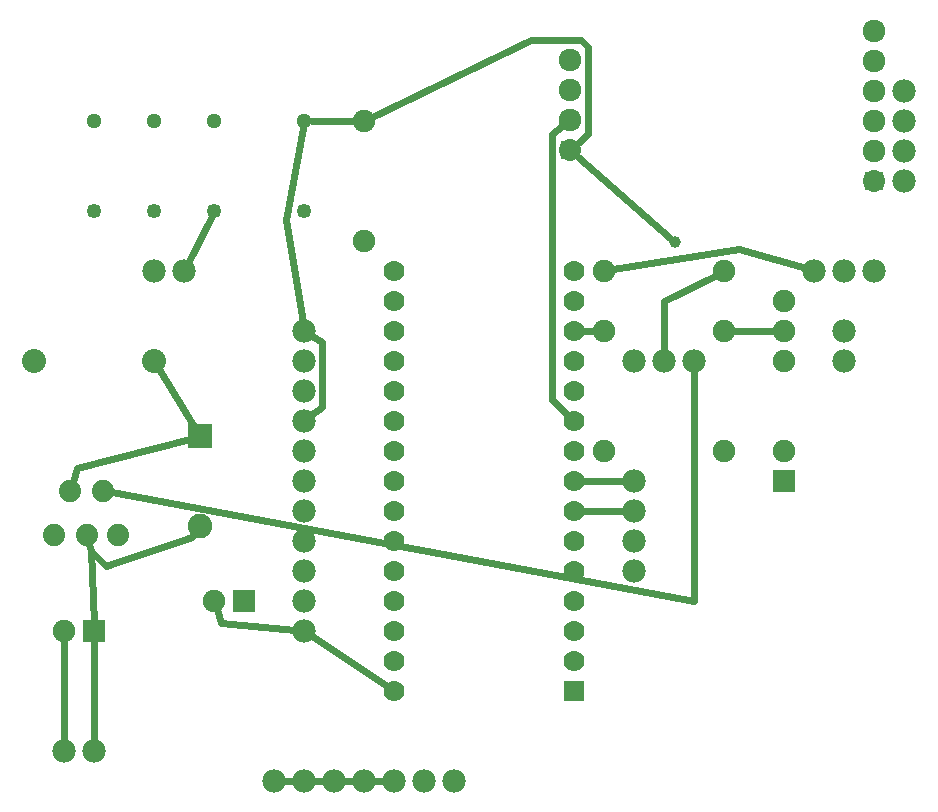
<source format=gbl>
G04 MADE WITH FRITZING*
G04 WWW.FRITZING.ORG*
G04 DOUBLE SIDED*
G04 HOLES PLATED*
G04 CONTOUR ON CENTER OF CONTOUR VECTOR*
%ASAXBY*%
%FSLAX23Y23*%
%MOIN*%
%OFA0B0*%
%SFA1.0B1.0*%
%ADD10C,0.074370*%
%ADD11C,0.039370*%
%ADD12C,0.082000*%
%ADD13C,0.075000*%
%ADD14C,0.080000*%
%ADD15C,0.075806*%
%ADD16C,0.073486*%
%ADD17C,0.049312*%
%ADD18C,0.050823*%
%ADD19C,0.078000*%
%ADD20C,0.070000*%
%ADD21R,0.082000X0.082000*%
%ADD22R,0.075000X0.075000*%
%ADD23R,0.069972X0.070000*%
%ADD24C,0.024000*%
%ADD25R,0.001000X0.001000*%
%LNCOPPER0*%
G90*
G70*
G54D10*
X999Y1312D03*
X888Y1312D03*
X836Y1164D03*
X943Y1164D03*
X1049Y1164D03*
G54D11*
X2903Y2143D03*
G54D12*
X1320Y1494D03*
X1320Y1196D03*
G54D13*
X1469Y945D03*
X1369Y945D03*
X969Y845D03*
X869Y845D03*
G54D14*
X769Y1745D03*
X1169Y1745D03*
G54D15*
X3569Y2845D03*
X3569Y2745D03*
X3569Y2645D03*
X3569Y2545D03*
X3569Y2445D03*
G54D16*
X3569Y2345D03*
G54D15*
X2556Y2748D03*
X2556Y2648D03*
X2556Y2548D03*
G54D16*
X2556Y2448D03*
G54D17*
X1669Y2245D03*
G54D18*
X1669Y2545D03*
G54D17*
X1369Y2245D03*
G54D18*
X1369Y2545D03*
G54D17*
X1169Y2245D03*
X969Y2245D03*
G54D18*
X1169Y2545D03*
X969Y2545D03*
G54D19*
X1569Y345D03*
X1669Y345D03*
X1769Y345D03*
X1869Y345D03*
X1969Y345D03*
X2069Y345D03*
X2169Y345D03*
X2769Y1345D03*
X2769Y1245D03*
X2769Y1145D03*
X2769Y1045D03*
X3669Y2645D03*
X3669Y2545D03*
X3669Y2445D03*
X3669Y2345D03*
X1669Y1545D03*
X1669Y1445D03*
X1669Y1345D03*
X1669Y1245D03*
X1669Y1145D03*
X1669Y1045D03*
X1669Y945D03*
X1669Y845D03*
G54D13*
X2669Y2045D03*
X3069Y2045D03*
X1869Y2545D03*
X1869Y2145D03*
G54D19*
X1169Y2045D03*
X1269Y2045D03*
G54D13*
X3269Y1945D03*
X3269Y1845D03*
X3269Y1745D03*
X2669Y1845D03*
X3069Y1845D03*
G54D19*
X3469Y1845D03*
X3469Y1745D03*
X2969Y1745D03*
X2869Y1745D03*
X2769Y1745D03*
G54D20*
X2569Y644D03*
X2569Y744D03*
X2569Y844D03*
X2569Y944D03*
X2569Y1044D03*
X2569Y1144D03*
X2569Y1244D03*
X2569Y1344D03*
X2569Y1444D03*
X2569Y1544D03*
X2569Y1644D03*
X2569Y1744D03*
X2569Y1844D03*
X2569Y1944D03*
X2569Y2044D03*
X1969Y644D03*
X1969Y744D03*
X1969Y844D03*
X1969Y944D03*
X1969Y1044D03*
X1969Y1144D03*
X1969Y1244D03*
X1969Y1344D03*
X1969Y1444D03*
X1969Y1544D03*
X1969Y1644D03*
X1969Y1744D03*
X1969Y1844D03*
X1969Y1944D03*
X1969Y2044D03*
G54D13*
X2669Y1445D03*
X3069Y1445D03*
X3269Y1345D03*
X3269Y1445D03*
G54D19*
X3369Y2045D03*
X3469Y2045D03*
X3569Y2045D03*
X869Y445D03*
X969Y445D03*
X1669Y1845D03*
X1669Y1745D03*
X1669Y1645D03*
G54D21*
X1320Y1495D03*
G54D22*
X1469Y945D03*
X969Y845D03*
G54D23*
X2569Y644D03*
G54D22*
X3269Y1345D03*
G54D24*
X2969Y945D02*
X1029Y1307D01*
D02*
X2969Y1715D02*
X2969Y945D01*
D02*
X3240Y1845D02*
X3097Y1845D01*
D02*
X2640Y1845D02*
X2598Y1845D01*
D02*
X1357Y2222D02*
X1282Y2072D01*
D02*
X2738Y1345D02*
X2598Y1344D01*
D02*
X2738Y1245D02*
X2598Y1244D01*
D02*
X3340Y2054D02*
X3119Y2119D01*
D02*
X3119Y2119D02*
X2697Y2050D01*
D02*
X869Y475D02*
X869Y816D01*
D02*
X1185Y1718D02*
X1303Y1522D01*
D02*
X897Y1341D02*
X911Y1387D01*
D02*
X911Y1387D02*
X1288Y1486D01*
D02*
X2528Y2527D02*
X2495Y2503D01*
D02*
X2495Y2503D02*
X2495Y1615D01*
D02*
X2495Y1615D02*
X2547Y1564D01*
D02*
X1639Y848D02*
X1391Y871D01*
D02*
X1391Y871D02*
X1377Y918D01*
D02*
X1944Y661D02*
X1694Y828D01*
D02*
X1899Y345D02*
X1938Y345D01*
D02*
X1799Y345D02*
X1838Y345D01*
D02*
X1699Y345D02*
X1738Y345D01*
D02*
X1599Y345D02*
X1638Y345D01*
D02*
X951Y1135D02*
X959Y1111D01*
D02*
X959Y1111D02*
X1007Y1063D01*
D02*
X1007Y1063D02*
X1295Y1159D01*
D02*
X1295Y1159D02*
X1302Y1169D01*
D02*
X967Y874D02*
X959Y1111D01*
D02*
X969Y475D02*
X969Y816D01*
D02*
X1694Y1828D02*
X1727Y1807D01*
D02*
X1727Y1807D02*
X1727Y1591D01*
D02*
X1727Y1591D02*
X1692Y1564D01*
D02*
X1664Y2520D02*
X1607Y2215D01*
D02*
X1607Y2215D02*
X1664Y1875D01*
D02*
X1840Y2545D02*
X1694Y2545D01*
D02*
X2581Y2471D02*
X2615Y2503D01*
D02*
X2615Y2503D02*
X2615Y2791D01*
D02*
X2615Y2791D02*
X2591Y2815D01*
D02*
X2591Y2815D02*
X2423Y2815D01*
D02*
X2423Y2815D02*
X1894Y2558D01*
D02*
X2889Y2155D02*
X2581Y2425D01*
D02*
X2867Y1946D02*
X3043Y2032D01*
D02*
X2868Y1775D02*
X2867Y1946D01*
G54D25*
X3564Y2876D02*
X3572Y2876D01*
X3559Y2875D02*
X3576Y2875D01*
X3556Y2874D02*
X3579Y2874D01*
X3554Y2873D02*
X3581Y2873D01*
X3552Y2872D02*
X3583Y2872D01*
X3551Y2871D02*
X3585Y2871D01*
X3550Y2870D02*
X3586Y2870D01*
X3548Y2869D02*
X3587Y2869D01*
X3547Y2868D02*
X3588Y2868D01*
X3546Y2867D02*
X3590Y2867D01*
X3545Y2866D02*
X3590Y2866D01*
X3544Y2865D02*
X3591Y2865D01*
X3544Y2864D02*
X3592Y2864D01*
X3543Y2863D02*
X3562Y2863D01*
X3574Y2863D02*
X3593Y2863D01*
X3542Y2862D02*
X3559Y2862D01*
X3576Y2862D02*
X3593Y2862D01*
X3542Y2861D02*
X3557Y2861D01*
X3578Y2861D02*
X3594Y2861D01*
X3541Y2860D02*
X3556Y2860D01*
X3580Y2860D02*
X3595Y2860D01*
X3541Y2859D02*
X3555Y2859D01*
X3581Y2859D02*
X3595Y2859D01*
X3540Y2858D02*
X3554Y2858D01*
X3582Y2858D02*
X3596Y2858D01*
X3540Y2857D02*
X3553Y2857D01*
X3583Y2857D02*
X3596Y2857D01*
X3539Y2856D02*
X3552Y2856D01*
X3583Y2856D02*
X3596Y2856D01*
X3539Y2855D02*
X3552Y2855D01*
X3584Y2855D02*
X3597Y2855D01*
X3539Y2854D02*
X3551Y2854D01*
X3585Y2854D02*
X3597Y2854D01*
X3538Y2853D02*
X3550Y2853D01*
X3585Y2853D02*
X3597Y2853D01*
X3538Y2852D02*
X3550Y2852D01*
X3586Y2852D02*
X3598Y2852D01*
X3538Y2851D02*
X3550Y2851D01*
X3586Y2851D02*
X3598Y2851D01*
X3538Y2850D02*
X3549Y2850D01*
X3586Y2850D02*
X3598Y2850D01*
X3538Y2849D02*
X3549Y2849D01*
X3586Y2849D02*
X3598Y2849D01*
X3537Y2848D02*
X3549Y2848D01*
X3587Y2848D02*
X3598Y2848D01*
X3537Y2847D02*
X3549Y2847D01*
X3587Y2847D02*
X3598Y2847D01*
X3537Y2846D02*
X3549Y2846D01*
X3587Y2846D02*
X3598Y2846D01*
X3537Y2845D02*
X3549Y2845D01*
X3587Y2845D02*
X3598Y2845D01*
X3537Y2844D02*
X3549Y2844D01*
X3587Y2844D02*
X3598Y2844D01*
X3537Y2843D02*
X3549Y2843D01*
X3587Y2843D02*
X3598Y2843D01*
X3538Y2842D02*
X3549Y2842D01*
X3586Y2842D02*
X3598Y2842D01*
X3538Y2841D02*
X3549Y2841D01*
X3586Y2841D02*
X3598Y2841D01*
X3538Y2840D02*
X3550Y2840D01*
X3586Y2840D02*
X3598Y2840D01*
X3538Y2839D02*
X3550Y2839D01*
X3586Y2839D02*
X3598Y2839D01*
X3538Y2838D02*
X3550Y2838D01*
X3585Y2838D02*
X3597Y2838D01*
X3539Y2837D02*
X3551Y2837D01*
X3585Y2837D02*
X3597Y2837D01*
X3539Y2836D02*
X3551Y2836D01*
X3584Y2836D02*
X3597Y2836D01*
X3539Y2835D02*
X3552Y2835D01*
X3584Y2835D02*
X3596Y2835D01*
X3540Y2834D02*
X3553Y2834D01*
X3583Y2834D02*
X3596Y2834D01*
X3540Y2833D02*
X3554Y2833D01*
X3582Y2833D02*
X3596Y2833D01*
X3540Y2832D02*
X3555Y2832D01*
X3581Y2832D02*
X3595Y2832D01*
X3541Y2831D02*
X3556Y2831D01*
X3580Y2831D02*
X3595Y2831D01*
X3542Y2830D02*
X3557Y2830D01*
X3578Y2830D02*
X3594Y2830D01*
X3542Y2829D02*
X3559Y2829D01*
X3577Y2829D02*
X3594Y2829D01*
X3543Y2828D02*
X3561Y2828D01*
X3574Y2828D02*
X3593Y2828D01*
X3543Y2827D02*
X3566Y2827D01*
X3569Y2827D02*
X3592Y2827D01*
X3544Y2826D02*
X3591Y2826D01*
X3545Y2825D02*
X3591Y2825D01*
X3546Y2824D02*
X3590Y2824D01*
X3547Y2823D02*
X3589Y2823D01*
X3548Y2822D02*
X3588Y2822D01*
X3549Y2821D02*
X3586Y2821D01*
X3551Y2820D02*
X3585Y2820D01*
X3552Y2819D02*
X3583Y2819D01*
X3554Y2818D02*
X3582Y2818D01*
X3556Y2817D02*
X3580Y2817D01*
X3559Y2816D02*
X3577Y2816D01*
X3563Y2815D02*
X3573Y2815D01*
X2552Y2779D02*
X2558Y2779D01*
X2547Y2778D02*
X2563Y2778D01*
X2544Y2777D02*
X2566Y2777D01*
X2542Y2776D02*
X2569Y2776D01*
X3564Y2776D02*
X3572Y2776D01*
X2540Y2775D02*
X2570Y2775D01*
X3559Y2775D02*
X3577Y2775D01*
X2539Y2774D02*
X2572Y2774D01*
X3556Y2774D02*
X3579Y2774D01*
X2537Y2773D02*
X2573Y2773D01*
X3554Y2773D02*
X3581Y2773D01*
X2536Y2772D02*
X2575Y2772D01*
X3552Y2772D02*
X3583Y2772D01*
X2535Y2771D02*
X2576Y2771D01*
X3551Y2771D02*
X3585Y2771D01*
X2534Y2770D02*
X2577Y2770D01*
X3550Y2770D02*
X3586Y2770D01*
X2533Y2769D02*
X2578Y2769D01*
X3548Y2769D02*
X3587Y2769D01*
X2532Y2768D02*
X2579Y2768D01*
X3547Y2768D02*
X3588Y2768D01*
X2531Y2767D02*
X2579Y2767D01*
X3546Y2767D02*
X3590Y2767D01*
X2531Y2766D02*
X2550Y2766D01*
X2561Y2766D02*
X2580Y2766D01*
X3545Y2766D02*
X3590Y2766D01*
X2530Y2765D02*
X2547Y2765D01*
X2564Y2765D02*
X2581Y2765D01*
X3544Y2765D02*
X3591Y2765D01*
X2529Y2764D02*
X2545Y2764D01*
X2565Y2764D02*
X2581Y2764D01*
X3544Y2764D02*
X3592Y2764D01*
X2529Y2763D02*
X2544Y2763D01*
X2567Y2763D02*
X2582Y2763D01*
X3543Y2763D02*
X3562Y2763D01*
X3574Y2763D02*
X3593Y2763D01*
X2528Y2762D02*
X2543Y2762D01*
X2568Y2762D02*
X2583Y2762D01*
X3542Y2762D02*
X3559Y2762D01*
X3576Y2762D02*
X3593Y2762D01*
X2528Y2761D02*
X2542Y2761D01*
X2569Y2761D02*
X2583Y2761D01*
X3542Y2761D02*
X3557Y2761D01*
X3578Y2761D02*
X3594Y2761D01*
X2527Y2760D02*
X2541Y2760D01*
X2570Y2760D02*
X2583Y2760D01*
X3541Y2760D02*
X3556Y2760D01*
X3580Y2760D02*
X3595Y2760D01*
X2527Y2759D02*
X2540Y2759D01*
X2571Y2759D02*
X2584Y2759D01*
X3541Y2759D02*
X3555Y2759D01*
X3581Y2759D02*
X3595Y2759D01*
X2527Y2758D02*
X2539Y2758D01*
X2572Y2758D02*
X2584Y2758D01*
X3540Y2758D02*
X3554Y2758D01*
X3582Y2758D02*
X3596Y2758D01*
X2526Y2757D02*
X2539Y2757D01*
X2572Y2757D02*
X2585Y2757D01*
X3540Y2757D02*
X3553Y2757D01*
X3583Y2757D02*
X3596Y2757D01*
X2526Y2756D02*
X2538Y2756D01*
X2573Y2756D02*
X2585Y2756D01*
X3539Y2756D02*
X3552Y2756D01*
X3583Y2756D02*
X3596Y2756D01*
X2526Y2755D02*
X2538Y2755D01*
X2573Y2755D02*
X2585Y2755D01*
X3539Y2755D02*
X3552Y2755D01*
X3584Y2755D02*
X3597Y2755D01*
X2525Y2754D02*
X2537Y2754D01*
X2573Y2754D02*
X2585Y2754D01*
X3539Y2754D02*
X3551Y2754D01*
X3585Y2754D02*
X3597Y2754D01*
X2525Y2753D02*
X2537Y2753D01*
X2574Y2753D02*
X2585Y2753D01*
X3538Y2753D02*
X3550Y2753D01*
X3585Y2753D02*
X3597Y2753D01*
X2525Y2752D02*
X2537Y2752D01*
X2574Y2752D02*
X2586Y2752D01*
X3538Y2752D02*
X3550Y2752D01*
X3586Y2752D02*
X3598Y2752D01*
X2525Y2751D02*
X2537Y2751D01*
X2574Y2751D02*
X2586Y2751D01*
X3538Y2751D02*
X3550Y2751D01*
X3586Y2751D02*
X3598Y2751D01*
X2525Y2750D02*
X2537Y2750D01*
X2574Y2750D02*
X2586Y2750D01*
X3538Y2750D02*
X3549Y2750D01*
X3586Y2750D02*
X3598Y2750D01*
X2525Y2749D02*
X2536Y2749D01*
X2574Y2749D02*
X2586Y2749D01*
X3538Y2749D02*
X3549Y2749D01*
X3586Y2749D02*
X3598Y2749D01*
X2525Y2748D02*
X2536Y2748D01*
X2574Y2748D02*
X2586Y2748D01*
X3537Y2748D02*
X3549Y2748D01*
X3587Y2748D02*
X3598Y2748D01*
X2525Y2747D02*
X2536Y2747D01*
X2574Y2747D02*
X2586Y2747D01*
X3537Y2747D02*
X3549Y2747D01*
X3587Y2747D02*
X3598Y2747D01*
X2525Y2746D02*
X2537Y2746D01*
X2574Y2746D02*
X2586Y2746D01*
X3537Y2746D02*
X3549Y2746D01*
X3587Y2746D02*
X3598Y2746D01*
X2525Y2745D02*
X2537Y2745D01*
X2574Y2745D02*
X2586Y2745D01*
X3537Y2745D02*
X3549Y2745D01*
X3587Y2745D02*
X3598Y2745D01*
X2525Y2744D02*
X2537Y2744D01*
X2574Y2744D02*
X2585Y2744D01*
X3537Y2744D02*
X3549Y2744D01*
X3587Y2744D02*
X3598Y2744D01*
X2525Y2743D02*
X2537Y2743D01*
X2574Y2743D02*
X2585Y2743D01*
X3537Y2743D02*
X3549Y2743D01*
X3587Y2743D02*
X3598Y2743D01*
X2526Y2742D02*
X2537Y2742D01*
X2573Y2742D02*
X2585Y2742D01*
X3538Y2742D02*
X3549Y2742D01*
X3586Y2742D02*
X3598Y2742D01*
X2526Y2741D02*
X2538Y2741D01*
X2573Y2741D02*
X2585Y2741D01*
X3538Y2741D02*
X3549Y2741D01*
X3586Y2741D02*
X3598Y2741D01*
X2526Y2740D02*
X2538Y2740D01*
X2572Y2740D02*
X2585Y2740D01*
X3538Y2740D02*
X3550Y2740D01*
X3586Y2740D02*
X3598Y2740D01*
X2526Y2739D02*
X2539Y2739D01*
X2572Y2739D02*
X2584Y2739D01*
X3538Y2739D02*
X3550Y2739D01*
X3586Y2739D02*
X3598Y2739D01*
X2527Y2738D02*
X2539Y2738D01*
X2571Y2738D02*
X2584Y2738D01*
X3538Y2738D02*
X3550Y2738D01*
X3585Y2738D02*
X3597Y2738D01*
X2527Y2737D02*
X2540Y2737D01*
X2570Y2737D02*
X2584Y2737D01*
X3539Y2737D02*
X3551Y2737D01*
X3585Y2737D02*
X3597Y2737D01*
X2527Y2736D02*
X2541Y2736D01*
X2570Y2736D02*
X2583Y2736D01*
X3539Y2736D02*
X3551Y2736D01*
X3584Y2736D02*
X3597Y2736D01*
X2528Y2735D02*
X2542Y2735D01*
X2569Y2735D02*
X2583Y2735D01*
X3539Y2735D02*
X3552Y2735D01*
X3584Y2735D02*
X3596Y2735D01*
X2528Y2734D02*
X2543Y2734D01*
X2568Y2734D02*
X2582Y2734D01*
X3540Y2734D02*
X3553Y2734D01*
X3583Y2734D02*
X3596Y2734D01*
X2529Y2733D02*
X2544Y2733D01*
X2566Y2733D02*
X2582Y2733D01*
X3540Y2733D02*
X3554Y2733D01*
X3582Y2733D02*
X3596Y2733D01*
X2530Y2732D02*
X2546Y2732D01*
X2565Y2732D02*
X2581Y2732D01*
X3540Y2732D02*
X3555Y2732D01*
X3581Y2732D02*
X3595Y2732D01*
X2530Y2731D02*
X2548Y2731D01*
X2562Y2731D02*
X2581Y2731D01*
X3541Y2731D02*
X3556Y2731D01*
X3580Y2731D02*
X3595Y2731D01*
X2531Y2730D02*
X2552Y2730D01*
X2559Y2730D02*
X2580Y2730D01*
X3542Y2730D02*
X3557Y2730D01*
X3578Y2730D02*
X3594Y2730D01*
X2532Y2729D02*
X2579Y2729D01*
X3542Y2729D02*
X3559Y2729D01*
X3577Y2729D02*
X3594Y2729D01*
X2532Y2728D02*
X2578Y2728D01*
X3543Y2728D02*
X3561Y2728D01*
X3574Y2728D02*
X3593Y2728D01*
X2533Y2727D02*
X2577Y2727D01*
X3544Y2727D02*
X3567Y2727D01*
X3569Y2727D02*
X3592Y2727D01*
X2534Y2726D02*
X2576Y2726D01*
X3544Y2726D02*
X3591Y2726D01*
X2535Y2725D02*
X2575Y2725D01*
X3545Y2725D02*
X3591Y2725D01*
X2537Y2724D02*
X2574Y2724D01*
X3546Y2724D02*
X3590Y2724D01*
X2538Y2723D02*
X2573Y2723D01*
X3547Y2723D02*
X3589Y2723D01*
X2539Y2722D02*
X2571Y2722D01*
X3548Y2722D02*
X3587Y2722D01*
X2541Y2721D02*
X2570Y2721D01*
X3549Y2721D02*
X3586Y2721D01*
X2543Y2720D02*
X2568Y2720D01*
X3551Y2720D02*
X3585Y2720D01*
X2546Y2719D02*
X2565Y2719D01*
X3552Y2719D02*
X3583Y2719D01*
X2549Y2718D02*
X2561Y2718D01*
X3554Y2718D02*
X3582Y2718D01*
X3556Y2717D02*
X3580Y2717D01*
X3559Y2716D02*
X3577Y2716D01*
X3563Y2715D02*
X3573Y2715D01*
X2553Y2679D02*
X2558Y2679D01*
X2547Y2678D02*
X2563Y2678D01*
X2544Y2677D02*
X2566Y2677D01*
X2542Y2676D02*
X2568Y2676D01*
X3564Y2676D02*
X3572Y2676D01*
X2540Y2675D02*
X2570Y2675D01*
X3559Y2675D02*
X3577Y2675D01*
X2539Y2674D02*
X2572Y2674D01*
X3556Y2674D02*
X3579Y2674D01*
X2537Y2673D02*
X2573Y2673D01*
X3554Y2673D02*
X3581Y2673D01*
X2536Y2672D02*
X2575Y2672D01*
X3552Y2672D02*
X3583Y2672D01*
X2535Y2671D02*
X2576Y2671D01*
X3551Y2671D02*
X3585Y2671D01*
X2534Y2670D02*
X2577Y2670D01*
X3550Y2670D02*
X3586Y2670D01*
X2533Y2669D02*
X2578Y2669D01*
X3548Y2669D02*
X3587Y2669D01*
X2532Y2668D02*
X2579Y2668D01*
X3547Y2668D02*
X3588Y2668D01*
X2531Y2667D02*
X2579Y2667D01*
X3546Y2667D02*
X3590Y2667D01*
X2531Y2666D02*
X2550Y2666D01*
X2561Y2666D02*
X2580Y2666D01*
X3545Y2666D02*
X3590Y2666D01*
X2530Y2665D02*
X2547Y2665D01*
X2564Y2665D02*
X2581Y2665D01*
X3544Y2665D02*
X3591Y2665D01*
X2529Y2664D02*
X2545Y2664D01*
X2565Y2664D02*
X2581Y2664D01*
X3544Y2664D02*
X3592Y2664D01*
X2529Y2663D02*
X2544Y2663D01*
X2567Y2663D02*
X2582Y2663D01*
X3543Y2663D02*
X3562Y2663D01*
X3574Y2663D02*
X3593Y2663D01*
X2528Y2662D02*
X2543Y2662D01*
X2568Y2662D02*
X2583Y2662D01*
X3542Y2662D02*
X3559Y2662D01*
X3576Y2662D02*
X3593Y2662D01*
X2528Y2661D02*
X2542Y2661D01*
X2569Y2661D02*
X2583Y2661D01*
X3542Y2661D02*
X3557Y2661D01*
X3578Y2661D02*
X3594Y2661D01*
X2527Y2660D02*
X2541Y2660D01*
X2570Y2660D02*
X2583Y2660D01*
X3541Y2660D02*
X3556Y2660D01*
X3580Y2660D02*
X3595Y2660D01*
X2527Y2659D02*
X2540Y2659D01*
X2571Y2659D02*
X2584Y2659D01*
X3541Y2659D02*
X3555Y2659D01*
X3581Y2659D02*
X3595Y2659D01*
X2527Y2658D02*
X2539Y2658D01*
X2572Y2658D02*
X2584Y2658D01*
X3540Y2658D02*
X3554Y2658D01*
X3582Y2658D02*
X3596Y2658D01*
X2526Y2657D02*
X2539Y2657D01*
X2572Y2657D02*
X2585Y2657D01*
X3540Y2657D02*
X3553Y2657D01*
X3583Y2657D02*
X3596Y2657D01*
X2526Y2656D02*
X2538Y2656D01*
X2573Y2656D02*
X2585Y2656D01*
X3539Y2656D02*
X3552Y2656D01*
X3584Y2656D02*
X3596Y2656D01*
X2526Y2655D02*
X2538Y2655D01*
X2573Y2655D02*
X2585Y2655D01*
X3539Y2655D02*
X3552Y2655D01*
X3584Y2655D02*
X3597Y2655D01*
X2525Y2654D02*
X2537Y2654D01*
X2573Y2654D02*
X2585Y2654D01*
X3539Y2654D02*
X3551Y2654D01*
X3585Y2654D02*
X3597Y2654D01*
X2525Y2653D02*
X2537Y2653D01*
X2574Y2653D02*
X2585Y2653D01*
X3538Y2653D02*
X3550Y2653D01*
X3585Y2653D02*
X3597Y2653D01*
X2525Y2652D02*
X2537Y2652D01*
X2574Y2652D02*
X2586Y2652D01*
X3538Y2652D02*
X3550Y2652D01*
X3586Y2652D02*
X3598Y2652D01*
X2525Y2651D02*
X2537Y2651D01*
X2574Y2651D02*
X2586Y2651D01*
X3538Y2651D02*
X3550Y2651D01*
X3586Y2651D02*
X3598Y2651D01*
X2525Y2650D02*
X2537Y2650D01*
X2574Y2650D02*
X2586Y2650D01*
X3538Y2650D02*
X3549Y2650D01*
X3586Y2650D02*
X3598Y2650D01*
X2525Y2649D02*
X2536Y2649D01*
X2574Y2649D02*
X2586Y2649D01*
X3538Y2649D02*
X3549Y2649D01*
X3586Y2649D02*
X3598Y2649D01*
X2525Y2648D02*
X2536Y2648D01*
X2574Y2648D02*
X2586Y2648D01*
X3537Y2648D02*
X3549Y2648D01*
X3587Y2648D02*
X3598Y2648D01*
X2525Y2647D02*
X2536Y2647D01*
X2574Y2647D02*
X2586Y2647D01*
X3537Y2647D02*
X3549Y2647D01*
X3587Y2647D02*
X3598Y2647D01*
X2525Y2646D02*
X2537Y2646D01*
X2574Y2646D02*
X2586Y2646D01*
X3537Y2646D02*
X3549Y2646D01*
X3587Y2646D02*
X3598Y2646D01*
X2525Y2645D02*
X2537Y2645D01*
X2574Y2645D02*
X2586Y2645D01*
X3537Y2645D02*
X3549Y2645D01*
X3587Y2645D02*
X3598Y2645D01*
X2525Y2644D02*
X2537Y2644D01*
X2574Y2644D02*
X2585Y2644D01*
X3537Y2644D02*
X3549Y2644D01*
X3587Y2644D02*
X3598Y2644D01*
X2525Y2643D02*
X2537Y2643D01*
X2574Y2643D02*
X2585Y2643D01*
X3537Y2643D02*
X3549Y2643D01*
X3587Y2643D02*
X3598Y2643D01*
X2526Y2642D02*
X2537Y2642D01*
X2573Y2642D02*
X2585Y2642D01*
X3538Y2642D02*
X3549Y2642D01*
X3586Y2642D02*
X3598Y2642D01*
X2526Y2641D02*
X2538Y2641D01*
X2573Y2641D02*
X2585Y2641D01*
X3538Y2641D02*
X3549Y2641D01*
X3586Y2641D02*
X3598Y2641D01*
X2526Y2640D02*
X2538Y2640D01*
X2572Y2640D02*
X2585Y2640D01*
X3538Y2640D02*
X3550Y2640D01*
X3586Y2640D02*
X3598Y2640D01*
X2526Y2639D02*
X2539Y2639D01*
X2572Y2639D02*
X2584Y2639D01*
X3538Y2639D02*
X3550Y2639D01*
X3586Y2639D02*
X3598Y2639D01*
X2527Y2638D02*
X2539Y2638D01*
X2571Y2638D02*
X2584Y2638D01*
X3538Y2638D02*
X3550Y2638D01*
X3585Y2638D02*
X3597Y2638D01*
X2527Y2637D02*
X2540Y2637D01*
X2570Y2637D02*
X2584Y2637D01*
X3539Y2637D02*
X3551Y2637D01*
X3585Y2637D02*
X3597Y2637D01*
X2527Y2636D02*
X2541Y2636D01*
X2570Y2636D02*
X2583Y2636D01*
X3539Y2636D02*
X3551Y2636D01*
X3584Y2636D02*
X3597Y2636D01*
X2528Y2635D02*
X2542Y2635D01*
X2569Y2635D02*
X2583Y2635D01*
X3539Y2635D02*
X3552Y2635D01*
X3584Y2635D02*
X3596Y2635D01*
X2528Y2634D02*
X2543Y2634D01*
X2568Y2634D02*
X2582Y2634D01*
X3540Y2634D02*
X3553Y2634D01*
X3583Y2634D02*
X3596Y2634D01*
X2529Y2633D02*
X2544Y2633D01*
X2566Y2633D02*
X2582Y2633D01*
X3540Y2633D02*
X3554Y2633D01*
X3582Y2633D02*
X3596Y2633D01*
X2530Y2632D02*
X2546Y2632D01*
X2565Y2632D02*
X2581Y2632D01*
X3540Y2632D02*
X3555Y2632D01*
X3581Y2632D02*
X3595Y2632D01*
X2530Y2631D02*
X2548Y2631D01*
X2563Y2631D02*
X2581Y2631D01*
X3541Y2631D02*
X3556Y2631D01*
X3580Y2631D02*
X3595Y2631D01*
X2531Y2630D02*
X2552Y2630D01*
X2559Y2630D02*
X2580Y2630D01*
X3542Y2630D02*
X3557Y2630D01*
X3578Y2630D02*
X3594Y2630D01*
X2532Y2629D02*
X2579Y2629D01*
X3542Y2629D02*
X3559Y2629D01*
X3577Y2629D02*
X3594Y2629D01*
X2532Y2628D02*
X2578Y2628D01*
X3543Y2628D02*
X3561Y2628D01*
X3574Y2628D02*
X3593Y2628D01*
X2533Y2627D02*
X2577Y2627D01*
X3544Y2627D02*
X3567Y2627D01*
X3569Y2627D02*
X3592Y2627D01*
X2534Y2626D02*
X2576Y2626D01*
X3544Y2626D02*
X3591Y2626D01*
X2535Y2625D02*
X2575Y2625D01*
X3545Y2625D02*
X3591Y2625D01*
X2537Y2624D02*
X2574Y2624D01*
X3546Y2624D02*
X3590Y2624D01*
X2538Y2623D02*
X2573Y2623D01*
X3547Y2623D02*
X3589Y2623D01*
X2539Y2622D02*
X2571Y2622D01*
X3548Y2622D02*
X3588Y2622D01*
X2541Y2621D02*
X2570Y2621D01*
X3549Y2621D02*
X3586Y2621D01*
X2543Y2620D02*
X2568Y2620D01*
X3551Y2620D02*
X3585Y2620D01*
X2546Y2619D02*
X2565Y2619D01*
X3552Y2619D02*
X3583Y2619D01*
X2549Y2618D02*
X2561Y2618D01*
X3554Y2618D02*
X3582Y2618D01*
X3556Y2617D02*
X3580Y2617D01*
X3559Y2616D02*
X3577Y2616D01*
X3563Y2615D02*
X3573Y2615D01*
X2553Y2579D02*
X2558Y2579D01*
X2547Y2578D02*
X2563Y2578D01*
X2544Y2577D02*
X2566Y2577D01*
X2542Y2576D02*
X2568Y2576D01*
X3564Y2576D02*
X3572Y2576D01*
X2540Y2575D02*
X2570Y2575D01*
X3559Y2575D02*
X3577Y2575D01*
X2539Y2574D02*
X2572Y2574D01*
X3556Y2574D02*
X3579Y2574D01*
X2537Y2573D02*
X2573Y2573D01*
X3554Y2573D02*
X3581Y2573D01*
X2536Y2572D02*
X2575Y2572D01*
X3552Y2572D02*
X3583Y2572D01*
X2535Y2571D02*
X2576Y2571D01*
X3551Y2571D02*
X3585Y2571D01*
X2534Y2570D02*
X2577Y2570D01*
X3550Y2570D02*
X3586Y2570D01*
X2533Y2569D02*
X2578Y2569D01*
X3548Y2569D02*
X3587Y2569D01*
X2532Y2568D02*
X2579Y2568D01*
X3547Y2568D02*
X3588Y2568D01*
X2531Y2567D02*
X2579Y2567D01*
X3546Y2567D02*
X3590Y2567D01*
X2531Y2566D02*
X2550Y2566D01*
X2561Y2566D02*
X2580Y2566D01*
X3545Y2566D02*
X3590Y2566D01*
X2530Y2565D02*
X2547Y2565D01*
X2564Y2565D02*
X2581Y2565D01*
X3544Y2565D02*
X3591Y2565D01*
X2529Y2564D02*
X2545Y2564D01*
X2565Y2564D02*
X2581Y2564D01*
X3544Y2564D02*
X3592Y2564D01*
X2529Y2563D02*
X2544Y2563D01*
X2567Y2563D02*
X2582Y2563D01*
X3543Y2563D02*
X3562Y2563D01*
X3574Y2563D02*
X3593Y2563D01*
X2528Y2562D02*
X2543Y2562D01*
X2568Y2562D02*
X2583Y2562D01*
X3542Y2562D02*
X3559Y2562D01*
X3576Y2562D02*
X3593Y2562D01*
X2528Y2561D02*
X2542Y2561D01*
X2569Y2561D02*
X2583Y2561D01*
X3542Y2561D02*
X3557Y2561D01*
X3578Y2561D02*
X3594Y2561D01*
X2527Y2560D02*
X2541Y2560D01*
X2570Y2560D02*
X2583Y2560D01*
X3541Y2560D02*
X3556Y2560D01*
X3580Y2560D02*
X3595Y2560D01*
X2527Y2559D02*
X2540Y2559D01*
X2571Y2559D02*
X2584Y2559D01*
X3541Y2559D02*
X3555Y2559D01*
X3581Y2559D02*
X3595Y2559D01*
X2527Y2558D02*
X2539Y2558D01*
X2572Y2558D02*
X2584Y2558D01*
X3540Y2558D02*
X3554Y2558D01*
X3582Y2558D02*
X3596Y2558D01*
X2526Y2557D02*
X2539Y2557D01*
X2572Y2557D02*
X2585Y2557D01*
X3540Y2557D02*
X3553Y2557D01*
X3583Y2557D02*
X3596Y2557D01*
X2526Y2556D02*
X2538Y2556D01*
X2573Y2556D02*
X2585Y2556D01*
X3539Y2556D02*
X3552Y2556D01*
X3583Y2556D02*
X3596Y2556D01*
X2526Y2555D02*
X2538Y2555D01*
X2573Y2555D02*
X2585Y2555D01*
X3539Y2555D02*
X3552Y2555D01*
X3584Y2555D02*
X3597Y2555D01*
X2525Y2554D02*
X2537Y2554D01*
X2573Y2554D02*
X2585Y2554D01*
X3539Y2554D02*
X3551Y2554D01*
X3585Y2554D02*
X3597Y2554D01*
X2525Y2553D02*
X2537Y2553D01*
X2574Y2553D02*
X2585Y2553D01*
X3538Y2553D02*
X3550Y2553D01*
X3585Y2553D02*
X3597Y2553D01*
X2525Y2552D02*
X2537Y2552D01*
X2574Y2552D02*
X2586Y2552D01*
X3538Y2552D02*
X3550Y2552D01*
X3586Y2552D02*
X3598Y2552D01*
X2525Y2551D02*
X2537Y2551D01*
X2574Y2551D02*
X2586Y2551D01*
X3538Y2551D02*
X3550Y2551D01*
X3586Y2551D02*
X3598Y2551D01*
X2525Y2550D02*
X2537Y2550D01*
X2574Y2550D02*
X2586Y2550D01*
X3538Y2550D02*
X3549Y2550D01*
X3586Y2550D02*
X3598Y2550D01*
X2525Y2549D02*
X2536Y2549D01*
X2574Y2549D02*
X2586Y2549D01*
X3538Y2549D02*
X3549Y2549D01*
X3586Y2549D02*
X3598Y2549D01*
X2525Y2548D02*
X2536Y2548D01*
X2574Y2548D02*
X2586Y2548D01*
X3537Y2548D02*
X3549Y2548D01*
X3587Y2548D02*
X3598Y2548D01*
X2525Y2547D02*
X2536Y2547D01*
X2574Y2547D02*
X2586Y2547D01*
X3537Y2547D02*
X3549Y2547D01*
X3587Y2547D02*
X3598Y2547D01*
X2525Y2546D02*
X2537Y2546D01*
X2574Y2546D02*
X2586Y2546D01*
X3537Y2546D02*
X3549Y2546D01*
X3587Y2546D02*
X3598Y2546D01*
X2525Y2545D02*
X2537Y2545D01*
X2574Y2545D02*
X2586Y2545D01*
X3537Y2545D02*
X3549Y2545D01*
X3587Y2545D02*
X3598Y2545D01*
X2525Y2544D02*
X2537Y2544D01*
X2574Y2544D02*
X2585Y2544D01*
X3537Y2544D02*
X3549Y2544D01*
X3587Y2544D02*
X3598Y2544D01*
X2525Y2543D02*
X2537Y2543D01*
X2574Y2543D02*
X2585Y2543D01*
X3537Y2543D02*
X3549Y2543D01*
X3587Y2543D02*
X3598Y2543D01*
X2526Y2542D02*
X2537Y2542D01*
X2573Y2542D02*
X2585Y2542D01*
X3538Y2542D02*
X3549Y2542D01*
X3586Y2542D02*
X3598Y2542D01*
X2526Y2541D02*
X2538Y2541D01*
X2573Y2541D02*
X2585Y2541D01*
X3538Y2541D02*
X3549Y2541D01*
X3586Y2541D02*
X3598Y2541D01*
X2526Y2540D02*
X2538Y2540D01*
X2572Y2540D02*
X2585Y2540D01*
X3538Y2540D02*
X3550Y2540D01*
X3586Y2540D02*
X3598Y2540D01*
X2526Y2539D02*
X2539Y2539D01*
X2572Y2539D02*
X2584Y2539D01*
X3538Y2539D02*
X3550Y2539D01*
X3586Y2539D02*
X3598Y2539D01*
X2527Y2538D02*
X2539Y2538D01*
X2571Y2538D02*
X2584Y2538D01*
X3538Y2538D02*
X3550Y2538D01*
X3585Y2538D02*
X3597Y2538D01*
X2527Y2537D02*
X2540Y2537D01*
X2570Y2537D02*
X2584Y2537D01*
X3539Y2537D02*
X3551Y2537D01*
X3585Y2537D02*
X3597Y2537D01*
X2527Y2536D02*
X2541Y2536D01*
X2570Y2536D02*
X2583Y2536D01*
X3539Y2536D02*
X3551Y2536D01*
X3584Y2536D02*
X3597Y2536D01*
X2528Y2535D02*
X2542Y2535D01*
X2569Y2535D02*
X2583Y2535D01*
X3539Y2535D02*
X3552Y2535D01*
X3584Y2535D02*
X3596Y2535D01*
X2528Y2534D02*
X2543Y2534D01*
X2568Y2534D02*
X2582Y2534D01*
X3540Y2534D02*
X3553Y2534D01*
X3583Y2534D02*
X3596Y2534D01*
X2529Y2533D02*
X2544Y2533D01*
X2566Y2533D02*
X2582Y2533D01*
X3540Y2533D02*
X3554Y2533D01*
X3582Y2533D02*
X3596Y2533D01*
X2530Y2532D02*
X2546Y2532D01*
X2565Y2532D02*
X2581Y2532D01*
X3540Y2532D02*
X3555Y2532D01*
X3581Y2532D02*
X3595Y2532D01*
X2530Y2531D02*
X2548Y2531D01*
X2563Y2531D02*
X2581Y2531D01*
X3541Y2531D02*
X3556Y2531D01*
X3580Y2531D02*
X3595Y2531D01*
X2531Y2530D02*
X2552Y2530D01*
X2559Y2530D02*
X2580Y2530D01*
X3542Y2530D02*
X3557Y2530D01*
X3578Y2530D02*
X3594Y2530D01*
X2532Y2529D02*
X2579Y2529D01*
X3542Y2529D02*
X3559Y2529D01*
X3577Y2529D02*
X3594Y2529D01*
X2532Y2528D02*
X2578Y2528D01*
X3543Y2528D02*
X3561Y2528D01*
X3574Y2528D02*
X3593Y2528D01*
X2533Y2527D02*
X2577Y2527D01*
X3544Y2527D02*
X3567Y2527D01*
X3569Y2527D02*
X3592Y2527D01*
X2534Y2526D02*
X2576Y2526D01*
X3544Y2526D02*
X3591Y2526D01*
X2535Y2525D02*
X2575Y2525D01*
X3545Y2525D02*
X3591Y2525D01*
X2537Y2524D02*
X2574Y2524D01*
X3546Y2524D02*
X3590Y2524D01*
X2538Y2523D02*
X2573Y2523D01*
X3547Y2523D02*
X3589Y2523D01*
X2539Y2522D02*
X2571Y2522D01*
X3548Y2522D02*
X3587Y2522D01*
X2541Y2521D02*
X2570Y2521D01*
X3549Y2521D02*
X3586Y2521D01*
X2543Y2520D02*
X2568Y2520D01*
X3551Y2520D02*
X3585Y2520D01*
X2546Y2519D02*
X2565Y2519D01*
X3552Y2519D02*
X3583Y2519D01*
X2549Y2518D02*
X2562Y2518D01*
X3554Y2518D02*
X3582Y2518D01*
X3556Y2517D02*
X3580Y2517D01*
X3559Y2516D02*
X3577Y2516D01*
X3563Y2515D02*
X3573Y2515D01*
X2527Y2478D02*
X2584Y2478D01*
X2526Y2477D02*
X2585Y2477D01*
X2526Y2476D02*
X2585Y2476D01*
X3563Y2476D02*
X3572Y2476D01*
X2526Y2475D02*
X2585Y2475D01*
X3559Y2475D02*
X3577Y2475D01*
X2526Y2474D02*
X2585Y2474D01*
X3556Y2474D02*
X3579Y2474D01*
X2526Y2473D02*
X2585Y2473D01*
X3554Y2473D02*
X3581Y2473D01*
X2526Y2472D02*
X2585Y2472D01*
X3552Y2472D02*
X3583Y2472D01*
X2526Y2471D02*
X2585Y2471D01*
X3551Y2471D02*
X3585Y2471D01*
X2526Y2470D02*
X2585Y2470D01*
X3550Y2470D02*
X3586Y2470D01*
X2526Y2469D02*
X2585Y2469D01*
X3548Y2469D02*
X3587Y2469D01*
X2526Y2468D02*
X2585Y2468D01*
X3547Y2468D02*
X3589Y2468D01*
X2526Y2467D02*
X2585Y2467D01*
X3546Y2467D02*
X3590Y2467D01*
X2526Y2466D02*
X2550Y2466D01*
X2561Y2466D02*
X2585Y2466D01*
X3545Y2466D02*
X3590Y2466D01*
X2526Y2465D02*
X2547Y2465D01*
X2564Y2465D02*
X2585Y2465D01*
X3544Y2465D02*
X3591Y2465D01*
X2526Y2464D02*
X2545Y2464D01*
X2565Y2464D02*
X2585Y2464D01*
X3544Y2464D02*
X3592Y2464D01*
X2526Y2463D02*
X2544Y2463D01*
X2567Y2463D02*
X2585Y2463D01*
X3543Y2463D02*
X3562Y2463D01*
X3574Y2463D02*
X3593Y2463D01*
X2526Y2462D02*
X2543Y2462D01*
X2568Y2462D02*
X2585Y2462D01*
X3542Y2462D02*
X3559Y2462D01*
X3576Y2462D02*
X3593Y2462D01*
X2526Y2461D02*
X2542Y2461D01*
X2569Y2461D02*
X2585Y2461D01*
X3542Y2461D02*
X3557Y2461D01*
X3578Y2461D02*
X3594Y2461D01*
X2526Y2460D02*
X2541Y2460D01*
X2570Y2460D02*
X2585Y2460D01*
X3541Y2460D02*
X3556Y2460D01*
X3580Y2460D02*
X3595Y2460D01*
X2526Y2459D02*
X2540Y2459D01*
X2571Y2459D02*
X2585Y2459D01*
X3541Y2459D02*
X3555Y2459D01*
X3581Y2459D02*
X3595Y2459D01*
X2526Y2458D02*
X2539Y2458D01*
X2572Y2458D02*
X2585Y2458D01*
X3540Y2458D02*
X3554Y2458D01*
X3582Y2458D02*
X3596Y2458D01*
X2526Y2457D02*
X2539Y2457D01*
X2572Y2457D02*
X2585Y2457D01*
X3540Y2457D02*
X3553Y2457D01*
X3583Y2457D02*
X3596Y2457D01*
X2526Y2456D02*
X2538Y2456D01*
X2573Y2456D02*
X2585Y2456D01*
X3539Y2456D02*
X3552Y2456D01*
X3583Y2456D02*
X3596Y2456D01*
X2526Y2455D02*
X2538Y2455D01*
X2573Y2455D02*
X2585Y2455D01*
X3539Y2455D02*
X3552Y2455D01*
X3584Y2455D02*
X3597Y2455D01*
X2526Y2454D02*
X2537Y2454D01*
X2573Y2454D02*
X2585Y2454D01*
X3539Y2454D02*
X3551Y2454D01*
X3585Y2454D02*
X3597Y2454D01*
X2526Y2453D02*
X2537Y2453D01*
X2574Y2453D02*
X2585Y2453D01*
X3538Y2453D02*
X3550Y2453D01*
X3585Y2453D02*
X3597Y2453D01*
X2526Y2452D02*
X2537Y2452D01*
X2574Y2452D02*
X2585Y2452D01*
X3538Y2452D02*
X3550Y2452D01*
X3586Y2452D02*
X3598Y2452D01*
X2526Y2451D02*
X2537Y2451D01*
X2574Y2451D02*
X2585Y2451D01*
X3538Y2451D02*
X3550Y2451D01*
X3586Y2451D02*
X3598Y2451D01*
X2526Y2450D02*
X2537Y2450D01*
X2574Y2450D02*
X2585Y2450D01*
X3538Y2450D02*
X3549Y2450D01*
X3586Y2450D02*
X3598Y2450D01*
X2526Y2449D02*
X2536Y2449D01*
X2574Y2449D02*
X2585Y2449D01*
X3538Y2449D02*
X3549Y2449D01*
X3586Y2449D02*
X3598Y2449D01*
X2526Y2448D02*
X2536Y2448D01*
X2574Y2448D02*
X2585Y2448D01*
X3537Y2448D02*
X3549Y2448D01*
X3587Y2448D02*
X3598Y2448D01*
X2526Y2447D02*
X2536Y2447D01*
X2574Y2447D02*
X2585Y2447D01*
X3537Y2447D02*
X3549Y2447D01*
X3587Y2447D02*
X3598Y2447D01*
X2526Y2446D02*
X2537Y2446D01*
X2574Y2446D02*
X2585Y2446D01*
X3537Y2446D02*
X3549Y2446D01*
X3587Y2446D02*
X3598Y2446D01*
X2526Y2445D02*
X2537Y2445D01*
X2574Y2445D02*
X2585Y2445D01*
X3537Y2445D02*
X3549Y2445D01*
X3587Y2445D02*
X3598Y2445D01*
X2526Y2444D02*
X2537Y2444D01*
X2574Y2444D02*
X2585Y2444D01*
X3537Y2444D02*
X3549Y2444D01*
X3587Y2444D02*
X3598Y2444D01*
X2526Y2443D02*
X2537Y2443D01*
X2574Y2443D02*
X2585Y2443D01*
X3537Y2443D02*
X3549Y2443D01*
X3587Y2443D02*
X3598Y2443D01*
X2526Y2442D02*
X2537Y2442D01*
X2573Y2442D02*
X2585Y2442D01*
X3538Y2442D02*
X3549Y2442D01*
X3586Y2442D02*
X3598Y2442D01*
X2526Y2441D02*
X2538Y2441D01*
X2573Y2441D02*
X2585Y2441D01*
X3538Y2441D02*
X3549Y2441D01*
X3586Y2441D02*
X3598Y2441D01*
X2526Y2440D02*
X2538Y2440D01*
X2572Y2440D02*
X2585Y2440D01*
X3538Y2440D02*
X3550Y2440D01*
X3586Y2440D02*
X3598Y2440D01*
X2526Y2439D02*
X2539Y2439D01*
X2572Y2439D02*
X2585Y2439D01*
X3538Y2439D02*
X3550Y2439D01*
X3586Y2439D02*
X3598Y2439D01*
X2526Y2438D02*
X2539Y2438D01*
X2571Y2438D02*
X2585Y2438D01*
X3538Y2438D02*
X3550Y2438D01*
X3585Y2438D02*
X3597Y2438D01*
X2526Y2437D02*
X2540Y2437D01*
X2570Y2437D02*
X2585Y2437D01*
X3539Y2437D02*
X3551Y2437D01*
X3585Y2437D02*
X3597Y2437D01*
X2526Y2436D02*
X2541Y2436D01*
X2570Y2436D02*
X2585Y2436D01*
X3539Y2436D02*
X3551Y2436D01*
X3584Y2436D02*
X3597Y2436D01*
X2526Y2435D02*
X2542Y2435D01*
X2569Y2435D02*
X2585Y2435D01*
X3539Y2435D02*
X3552Y2435D01*
X3584Y2435D02*
X3596Y2435D01*
X2526Y2434D02*
X2543Y2434D01*
X2568Y2434D02*
X2585Y2434D01*
X3540Y2434D02*
X3553Y2434D01*
X3583Y2434D02*
X3596Y2434D01*
X2526Y2433D02*
X2544Y2433D01*
X2566Y2433D02*
X2585Y2433D01*
X3540Y2433D02*
X3554Y2433D01*
X3582Y2433D02*
X3596Y2433D01*
X2526Y2432D02*
X2546Y2432D01*
X2565Y2432D02*
X2585Y2432D01*
X3540Y2432D02*
X3555Y2432D01*
X3581Y2432D02*
X3595Y2432D01*
X2526Y2431D02*
X2548Y2431D01*
X2563Y2431D02*
X2585Y2431D01*
X3541Y2431D02*
X3556Y2431D01*
X3580Y2431D02*
X3595Y2431D01*
X2526Y2430D02*
X2552Y2430D01*
X2559Y2430D02*
X2585Y2430D01*
X3542Y2430D02*
X3557Y2430D01*
X3578Y2430D02*
X3594Y2430D01*
X2526Y2429D02*
X2585Y2429D01*
X3542Y2429D02*
X3559Y2429D01*
X3577Y2429D02*
X3594Y2429D01*
X2526Y2428D02*
X2585Y2428D01*
X3543Y2428D02*
X3561Y2428D01*
X3574Y2428D02*
X3593Y2428D01*
X2526Y2427D02*
X2585Y2427D01*
X3544Y2427D02*
X3567Y2427D01*
X3569Y2427D02*
X3592Y2427D01*
X2526Y2426D02*
X2585Y2426D01*
X3544Y2426D02*
X3591Y2426D01*
X2526Y2425D02*
X2585Y2425D01*
X3545Y2425D02*
X3591Y2425D01*
X2526Y2424D02*
X2585Y2424D01*
X3546Y2424D02*
X3590Y2424D01*
X2526Y2423D02*
X2585Y2423D01*
X3547Y2423D02*
X3589Y2423D01*
X2526Y2422D02*
X2585Y2422D01*
X3548Y2422D02*
X3587Y2422D01*
X2526Y2421D02*
X2585Y2421D01*
X3549Y2421D02*
X3586Y2421D01*
X2526Y2420D02*
X2585Y2420D01*
X3551Y2420D02*
X3585Y2420D01*
X2526Y2419D02*
X2585Y2419D01*
X3552Y2419D02*
X3583Y2419D01*
X3554Y2418D02*
X3582Y2418D01*
X3556Y2417D02*
X3579Y2417D01*
X3559Y2416D02*
X3577Y2416D01*
X3563Y2415D02*
X3573Y2415D01*
X3539Y2375D02*
X3597Y2375D01*
X3539Y2374D02*
X3597Y2374D01*
X3539Y2373D02*
X3597Y2373D01*
X3539Y2372D02*
X3597Y2372D01*
X3539Y2371D02*
X3597Y2371D01*
X3539Y2370D02*
X3597Y2370D01*
X3539Y2369D02*
X3597Y2369D01*
X3539Y2368D02*
X3597Y2368D01*
X3539Y2367D02*
X3597Y2367D01*
X3539Y2366D02*
X3597Y2366D01*
X3539Y2365D02*
X3597Y2365D01*
X3539Y2364D02*
X3597Y2364D01*
X3539Y2363D02*
X3562Y2363D01*
X3574Y2363D02*
X3597Y2363D01*
X3539Y2362D02*
X3559Y2362D01*
X3576Y2362D02*
X3597Y2362D01*
X3539Y2361D02*
X3557Y2361D01*
X3578Y2361D02*
X3597Y2361D01*
X3539Y2360D02*
X3556Y2360D01*
X3580Y2360D02*
X3597Y2360D01*
X3539Y2359D02*
X3555Y2359D01*
X3581Y2359D02*
X3597Y2359D01*
X3539Y2358D02*
X3554Y2358D01*
X3582Y2358D02*
X3597Y2358D01*
X3539Y2357D02*
X3553Y2357D01*
X3583Y2357D02*
X3597Y2357D01*
X3539Y2356D02*
X3552Y2356D01*
X3584Y2356D02*
X3597Y2356D01*
X3539Y2355D02*
X3552Y2355D01*
X3584Y2355D02*
X3597Y2355D01*
X3539Y2354D02*
X3551Y2354D01*
X3585Y2354D02*
X3597Y2354D01*
X3539Y2353D02*
X3550Y2353D01*
X3585Y2353D02*
X3597Y2353D01*
X3539Y2352D02*
X3550Y2352D01*
X3586Y2352D02*
X3597Y2352D01*
X3539Y2351D02*
X3550Y2351D01*
X3586Y2351D02*
X3597Y2351D01*
X3539Y2350D02*
X3549Y2350D01*
X3586Y2350D02*
X3597Y2350D01*
X3539Y2349D02*
X3549Y2349D01*
X3586Y2349D02*
X3597Y2349D01*
X3539Y2348D02*
X3549Y2348D01*
X3587Y2348D02*
X3597Y2348D01*
X3539Y2347D02*
X3549Y2347D01*
X3587Y2347D02*
X3597Y2347D01*
X3539Y2346D02*
X3549Y2346D01*
X3587Y2346D02*
X3597Y2346D01*
X3539Y2345D02*
X3549Y2345D01*
X3587Y2345D02*
X3597Y2345D01*
X3539Y2344D02*
X3549Y2344D01*
X3587Y2344D02*
X3597Y2344D01*
X3539Y2343D02*
X3549Y2343D01*
X3587Y2343D02*
X3597Y2343D01*
X3539Y2342D02*
X3549Y2342D01*
X3586Y2342D02*
X3597Y2342D01*
X3539Y2341D02*
X3549Y2341D01*
X3586Y2341D02*
X3597Y2341D01*
X3539Y2340D02*
X3550Y2340D01*
X3586Y2340D02*
X3597Y2340D01*
X3539Y2339D02*
X3550Y2339D01*
X3586Y2339D02*
X3597Y2339D01*
X3539Y2338D02*
X3550Y2338D01*
X3585Y2338D02*
X3597Y2338D01*
X3539Y2337D02*
X3551Y2337D01*
X3585Y2337D02*
X3597Y2337D01*
X3539Y2336D02*
X3551Y2336D01*
X3584Y2336D02*
X3597Y2336D01*
X3539Y2335D02*
X3552Y2335D01*
X3584Y2335D02*
X3597Y2335D01*
X3539Y2334D02*
X3553Y2334D01*
X3583Y2334D02*
X3597Y2334D01*
X3539Y2333D02*
X3554Y2333D01*
X3582Y2333D02*
X3597Y2333D01*
X3539Y2332D02*
X3555Y2332D01*
X3581Y2332D02*
X3597Y2332D01*
X3539Y2331D02*
X3556Y2331D01*
X3580Y2331D02*
X3597Y2331D01*
X3539Y2330D02*
X3557Y2330D01*
X3578Y2330D02*
X3597Y2330D01*
X3539Y2329D02*
X3559Y2329D01*
X3577Y2329D02*
X3597Y2329D01*
X3539Y2328D02*
X3561Y2328D01*
X3574Y2328D02*
X3597Y2328D01*
X3539Y2327D02*
X3567Y2327D01*
X3569Y2327D02*
X3597Y2327D01*
X3539Y2326D02*
X3597Y2326D01*
X3539Y2325D02*
X3597Y2325D01*
X3539Y2324D02*
X3597Y2324D01*
X3539Y2323D02*
X3597Y2323D01*
X3539Y2322D02*
X3597Y2322D01*
X3539Y2321D02*
X3597Y2321D01*
X3539Y2320D02*
X3597Y2320D01*
X3539Y2319D02*
X3597Y2319D01*
X3539Y2318D02*
X3597Y2318D01*
X3539Y2317D02*
X3597Y2317D01*
X3539Y2316D02*
X3597Y2316D01*
D02*
G04 End of Copper0*
M02*
</source>
